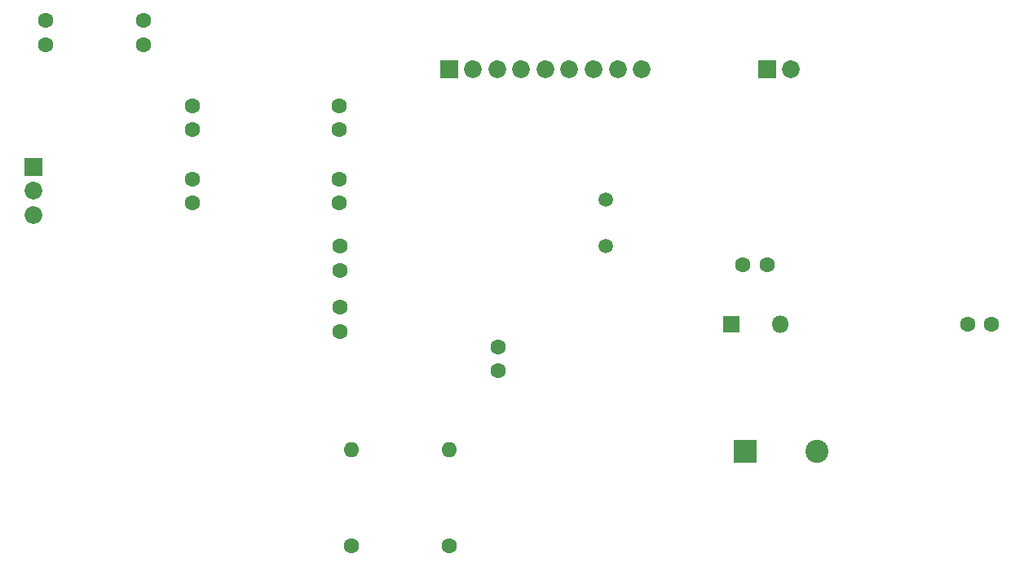
<source format=gbs>
G04 #@! TF.FileFunction,Soldermask,Bot*
%FSLAX46Y46*%
G04 Gerber Fmt 4.6, Leading zero omitted, Abs format (unit mm)*
G04 Created by KiCad (PCBNEW 4.0.7-e2-6376~58~ubuntu16.04.1) date Thu Nov 23 09:20:08 2017*
%MOMM*%
%LPD*%
G01*
G04 APERTURE LIST*
%ADD10C,0.100000*%
%ADD11C,1.600000*%
%ADD12O,1.600000X1.600000*%
%ADD13R,1.850000X1.850000*%
%ADD14C,1.850000*%
%ADD15C,1.500000*%
%ADD16R,1.800000X1.800000*%
%ADD17O,1.800000X1.800000*%
%ADD18R,2.400000X2.400000*%
%ADD19C,2.400000*%
G04 APERTURE END LIST*
D10*
D11*
X114300000Y-49530000D03*
X114300000Y-52030000D03*
X114300000Y-57150000D03*
X114300000Y-59650000D03*
X194818000Y-72199500D03*
X197318000Y-72199500D03*
X129540000Y-49530000D03*
X129540000Y-52030000D03*
X129540000Y-57150000D03*
X129540000Y-59650000D03*
X173990000Y-66040000D03*
X171490000Y-66040000D03*
X129603500Y-70485000D03*
X129603500Y-72985000D03*
X130810000Y-95250000D03*
D12*
X130810000Y-85250000D03*
D11*
X140970000Y-95250000D03*
D12*
X140970000Y-85250000D03*
D11*
X99060000Y-43180000D03*
X99060000Y-40680000D03*
X109220000Y-43180000D03*
X109220000Y-40680000D03*
X146050000Y-77089000D03*
X146050000Y-74589000D03*
X129603500Y-64135000D03*
X129603500Y-66635000D03*
D13*
X140970000Y-45720000D03*
D14*
X143470000Y-45720000D03*
X145970000Y-45720000D03*
X148470000Y-45720000D03*
X150970000Y-45720000D03*
X153470000Y-45720000D03*
X155970000Y-45720000D03*
X158470000Y-45720000D03*
X160970000Y-45720000D03*
D13*
X97790000Y-55880000D03*
D14*
X97790000Y-58380000D03*
X97790000Y-60880000D03*
D13*
X173990000Y-45720000D03*
D14*
X176490000Y-45720000D03*
D15*
X157226000Y-64135000D03*
X157226000Y-59255000D03*
D16*
X170243500Y-72199500D03*
D17*
X175323500Y-72199500D03*
D18*
X171704000Y-85471000D03*
D19*
X179204000Y-85471000D03*
M02*

</source>
